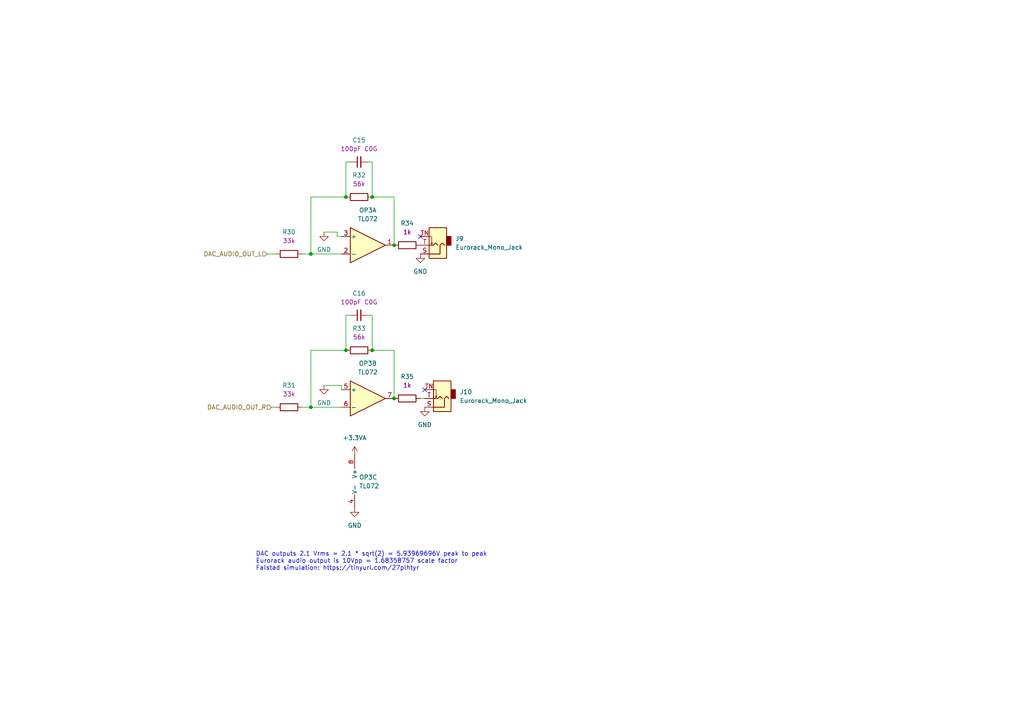
<source format=kicad_sch>
(kicad_sch (version 20250114) (generator "eeschema") (generator_version "9.0")
  (paper "A4")
  (lib_symbols
    (symbol "1k_0603_1" (pin_numbers (hide yes)) (pin_names (offset 0))
      (property "Reference" "R1" (at -3.302 0 90))
      (property "Display" "1k" (at -5.842 0 90))
      (symbol "1k_0603_1_0_1"
        (rectangle (start -1.016 -2.54) (end 1.016 2.54) (stroke (width 0.254)))
      )
      (symbol "1k_0603_1_1_1"
        (pin passive line (at 0 3.81 270) (length 1.27) (name "~") (number "1"))
        (pin passive line (at 0 -3.81 90) (length 1.27) (name "~") (number "2"))
      )
    )
    (symbol "Lichen:100pF_0603_50V" (pin_numbers (hide yes)) (pin_names (offset 0.254) (hide yes))
      (property "Reference" "C15" (at 6.35 -0.0063 90))
      (property "Display" "100pF" (at 3.81 -0.0063 90))
      (symbol "100pF_0603_50V_0_1"
        (polyline (pts (xy -1.524 0.508) (xy 1.524 0.508)) (stroke (width 0.3048)))
        (polyline (pts (xy -1.524 -0.508) (xy 1.524 -0.508)) (stroke (width 0.3302)))
      )
      (symbol "100pF_0603_50V_1_1"
        (pin passive line (at 0 2.54 270) (length 2.032) (name "~") (number "1"))
        (pin passive line (at 0 -2.54 90) (length 2.032) (name "~") (number "2"))
      )
    )
    (symbol "Lichen:1k_0603" (pin_numbers (hide yes)) (pin_names (offset 0))
      (property "Reference" "R1" (at -3.302 0 90))
      (property "Display" "1k" (at -5.842 0 90))
      (symbol "1k_0603_0_1"
        (rectangle (start -1.016 -2.54) (end 1.016 2.54) (stroke (width 0.254)))
      )
      (symbol "1k_0603_1_1"
        (pin passive line (at 0 3.81 270) (length 1.27) (name "~") (number "1"))
        (pin passive line (at 0 -3.81 90) (length 1.27) (name "~") (number "2"))
      )
    )
    (symbol "Lichen:33k_0603" (pin_numbers (hide yes)) (pin_names (offset 0))
      (property "Reference" "R17" (at 6.35 0 90))
      (property "Display" "33k" (at 3.81 0 90))
      (symbol "33k_0603_0_1"
        (rectangle (start -1.016 -2.54) (end 1.016 2.54) (stroke (width 0.254)))
      )
      (symbol "33k_0603_1_1"
        (pin passive line (at 0 3.81 270) (length 1.27) (name "~") (number "1"))
        (pin passive line (at 0 -3.81 90) (length 1.27) (name "~") (number "2"))
      )
    )
    (symbol "Lichen:56k_0603" (pin_numbers (hide yes)) (pin_names (offset 0))
      (property "Reference" "R27" (at 6.35 0 90))
      (property "Display" "56k" (at 3.81 0 90))
      (symbol "56k_0603_0_1"
        (rectangle (start -1.016 -2.54) (end 1.016 2.54) (stroke (width 0.254)))
      )
      (symbol "56k_0603_1_1"
        (pin passive line (at 0 3.81 270) (length 1.27) (name "~") (number "1"))
        (pin passive line (at 0 -3.81 90) (length 1.27) (name "~") (number "2"))
      )
    )
    (symbol "Lichen:TL072" (pin_names (offset 0.127))
      (property "Reference" "OP3" (at 0 10.16 0))
      (property "Value" "TL072" (at 0 7.62 0))
      (symbol "TL072_1_1"
        (polyline (pts (xy -5.08 5.08) (xy 5.08 0) (xy -5.08 -5.08) (xy -5.08 5.08)) (stroke (width 0.254)) (fill (type background)))
        (pin input line (at -7.62 2.54 0) (length 2.54) (name "+") (number "3"))
        (pin input line (at -7.62 -2.54 0) (length 2.54) (name "-") (number "2"))
        (pin output line (at 7.62 0 180) (length 2.54) (name "~") (number "1"))
      )
      (symbol "TL072_2_1"
        (polyline (pts (xy -5.08 5.08) (xy 5.08 0) (xy -5.08 -5.08) (xy -5.08 5.08)) (stroke (width 0.254)) (fill (type background)))
        (pin input line (at -7.62 2.54 0) (length 2.54) (name "+") (number "5"))
        (pin input line (at -7.62 -2.54 0) (length 2.54) (name "-") (number "6"))
        (pin output line (at 7.62 0 180) (length 2.54) (name "~") (number "7"))
      )
      (symbol "TL072_3_1"
        (pin power_in line (at -2.54 7.62 270) (length 3.81) (name "V+") (number "8"))
        (pin power_in line (at -2.54 -7.62 90) (length 3.81) (name "V-") (number "4"))
      )
    )
    (symbol "Lichen:Thonkiconn_Mono_Audio_Jack"
      (property "Reference" "J14" (at -5.08 -1.9051 0))
      (property "Value" "Thonkiconn_Mono_Audio_Jack" (at -5.08 0.6349 0))
      (symbol "Thonkiconn_Mono_Audio_Jack_0_1"
        (rectangle (start -2.54 0) (end -3.81 -2.54) (stroke (width 0.254)) (fill (type outline)))
        (polyline (pts (xy 0 0) (xy 0.635 -0.635) (xy 1.27 0) (xy 2.54 0)) (stroke (width 0.254)))
        (polyline (pts (xy 1.778 -0.254) (xy 2.032 -0.762)))
        (rectangle (start 2.54 3.81) (end -2.54 -5.08) (stroke (width 0.254)) (fill (type background)))
        (polyline (pts (xy 2.54 2.54) (xy -0.635 2.54) (xy -0.635 0) (xy -1.27 -0.635) (xy -1.905 0)) (stroke (width 0.254)))
        (polyline (pts (xy 2.54 -2.54) (xy 1.778 -2.54) (xy 1.778 -0.254) (xy 1.524 -0.762)))
      )
      (symbol "Thonkiconn_Mono_Audio_Jack_1_1"
        (pin passive line (at 5.08 2.54 180) (length 2.54) (name "~") (number "S"))
        (pin passive line (at 5.08 0 180) (length 2.54) (name "~") (number "T"))
        (pin passive line (at 5.08 -2.54 180) (length 2.54) (name "~") (number "TN"))
      )
    )
    (symbol "TL072_1" (pin_names (offset 0.127))
      (property "Reference" "OP3" (at 0 10.16 0))
      (property "Value" "TL072" (at 0 7.62 0))
      (symbol "TL072_1_1_1"
        (polyline (pts (xy -5.08 5.08) (xy 5.08 0) (xy -5.08 -5.08) (xy -5.08 5.08)) (stroke (width 0.254)) (fill (type background)))
        (pin input line (at -7.62 2.54 0) (length 2.54) (name "+") (number "3"))
        (pin input line (at -7.62 -2.54 0) (length 2.54) (name "-") (number "2"))
        (pin output line (at 7.62 0 180) (length 2.54) (name "~") (number "1"))
      )
      (symbol "TL072_1_2_1"
        (polyline (pts (xy -5.08 5.08) (xy 5.08 0) (xy -5.08 -5.08) (xy -5.08 5.08)) (stroke (width 0.254)) (fill (type background)))
        (pin input line (at -7.62 2.54 0) (length 2.54) (name "+") (number "5"))
        (pin input line (at -7.62 -2.54 0) (length 2.54) (name "-") (number "6"))
        (pin output line (at 7.62 0 180) (length 2.54) (name "~") (number "7"))
      )
      (symbol "TL072_1_3_1"
        (pin power_in line (at -2.54 7.62 270) (length 3.81) (name "V+") (number "8"))
        (pin power_in line (at -2.54 -7.62 90) (length 3.81) (name "V-") (number "4"))
      )
    )
    (symbol "TL072_2" (pin_names (offset 0.127))
      (property "Reference" "OP3" (at 0 10.16 0))
      (property "Value" "TL072" (at 0 7.62 0))
      (symbol "TL072_2_1_1"
        (polyline (pts (xy -5.08 5.08) (xy 5.08 0) (xy -5.08 -5.08) (xy -5.08 5.08)) (stroke (width 0.254)) (fill (type background)))
        (pin input line (at -7.62 2.54 0) (length 2.54) (name "+") (number "3"))
        (pin input line (at -7.62 -2.54 0) (length 2.54) (name "-") (number "2"))
        (pin output line (at 7.62 0 180) (length 2.54) (name "~") (number "1"))
      )
      (symbol "TL072_2_2_1"
        (polyline (pts (xy -5.08 5.08) (xy 5.08 0) (xy -5.08 -5.08) (xy -5.08 5.08)) (stroke (width 0.254)) (fill (type background)))
        (pin input line (at -7.62 2.54 0) (length 2.54) (name "+") (number "5"))
        (pin input line (at -7.62 -2.54 0) (length 2.54) (name "-") (number "6"))
        (pin output line (at 7.62 0 180) (length 2.54) (name "~") (number "7"))
      )
      (symbol "TL072_2_3_1"
        (pin power_in line (at -2.54 7.62 270) (length 3.81) (name "V+") (number "8"))
        (pin power_in line (at -2.54 -7.62 90) (length 3.81) (name "V-") (number "4"))
      )
    )
    (symbol "power:+3.3VA" (power) (pin_numbers (hide yes)) (pin_names (offset 0) (hide yes))
      (property "Value" "+3.3VA" (at 0 3.556 0))
      (symbol "+3.3VA_0_1"
        (polyline (pts (xy -0.762 1.27) (xy 0 2.54)))
        (polyline (pts (xy 0 2.54) (xy 0.762 1.27)))
        (polyline (pts (xy 0 0) (xy 0 2.54)))
      )
      (symbol "+3.3VA_1_1"
        (pin power_in line (at 0 0 90) (length 0) (name "~") (number "1"))
      )
    )
    (symbol "power:GND" (power) (pin_numbers (hide yes)) (pin_names (offset 0) (hide yes))
      (property "Value" "GND" (at 0 -3.81 0))
      (symbol "GND_0_1"
        (polyline (pts (xy 0 0) (xy 0 -1.27) (xy 1.27 -1.27) (xy 0 -2.54) (xy -1.27 -1.27) (xy 0 -1.27)))
      )
      (symbol "GND_1_1"
        (pin power_in line (at 0 0 270) (length 0) (name "~") (number "1"))
      )
    )
  )
  (text "DAC outputs 2.1 Vrms = 2.1 * sqrt(2) = 5.93969696V peak to peak\nEurorack audio output is 10Vpp = 1.68358757 scale factor\nFalstad simulation: https://tinyurl.com/27plhtyr" (at 74.168 162.814 0) (effects (font (size 1.27 1.27)) (justify left)))
  (junction (at 90.17 73.66))
  (junction (at 100.33 101.6))
  (junction (at 114.3 115.57))
  (junction (at 107.95 101.6))
  (junction (at 114.3 71.12))
  (junction (at 90.17 118.11))
  (junction (at 107.95 57.15))
  (junction (at 100.33 57.15))
  (no_connect (at 123.19 113.03))
  (no_connect (at 121.92 68.58))
  (wire (pts (xy 97.79 68.58) (xy 99.06 68.58)))
  (wire (pts (xy 107.95 91.44) (xy 107.95 101.6)))
  (wire (pts (xy 106.68 46.99) (xy 107.95 46.99)))
  (wire (pts (xy 114.3 101.6) (xy 114.3 115.57)))
  (wire (pts (xy 106.68 91.44) (xy 107.95 91.44)))
  (wire (pts (xy 93.98 67.31) (xy 97.79 67.31)))
  (wire (pts (xy 93.98 111.76) (xy 99.06 111.76)))
  (wire (pts (xy 90.17 101.6) (xy 90.17 118.11)))
  (wire (pts (xy 123.19 115.57) (xy 121.92 115.57)))
  (wire (pts (xy 107.95 101.6) (xy 114.3 101.6)))
  (wire (pts (xy 107.95 57.15) (xy 114.3 57.15)))
  (wire (pts (xy 101.6 46.99) (xy 100.33 46.99)))
  (wire (pts (xy 77.47 73.66) (xy 80.01 73.66)))
  (wire (pts (xy 90.17 73.66) (xy 99.06 73.66)))
  (wire (pts (xy 114.3 57.15) (xy 114.3 71.12)))
  (wire (pts (xy 90.17 57.15) (xy 90.17 73.66)))
  (wire (pts (xy 90.17 101.6) (xy 100.33 101.6)))
  (wire (pts (xy 100.33 46.99) (xy 100.33 57.15)))
  (wire (pts (xy 90.17 118.11) (xy 99.06 118.11)))
  (wire (pts (xy 87.63 73.66) (xy 90.17 73.66)))
  (wire (pts (xy 99.06 111.76) (xy 99.06 113.03)))
  (wire (pts (xy 78.74 118.11) (xy 80.01 118.11)))
  (wire (pts (xy 101.6 91.44) (xy 100.33 91.44)))
  (wire (pts (xy 100.33 57.15) (xy 90.17 57.15)))
  (wire (pts (xy 107.95 46.99) (xy 107.95 57.15)))
  (wire (pts (xy 97.79 67.31) (xy 97.79 68.58)))
  (wire (pts (xy 100.33 91.44) (xy 100.33 101.6)))
  (wire (pts (xy 87.63 118.11) (xy 90.17 118.11)))
  (hierarchical_label "DAC_AUDIO_OUT_R" (shape input) (at 78.74 118.11 180))
  (hierarchical_label "DAC_AUDIO_OUT_L" (shape input) (at 77.47 73.66 180))
  (symbol (lib_id "Lichen:56k_0603") (at 104.14 57.15 90) (unit 1)
    (property "Reference" "R32" (at 104.14 50.8 90))
    (property "Value" "156k_0603" (effects (hide yes)))
    (property "Footprint" "PCM_4ms_Resistor:R_0603" (effects (hide yes)))
    (property "Description" "56K, 1%, 1/10W, 0603" (effects (hide yes)))
    (property "Specifications" "56K, 1%, 1/10W, 0603" (effects (hide yes)))
    (property "Manufacturer" "UNI-ROYAL(Uniroyal Elec)" (effects (hide yes)))
    (property "Part Number" "0603WAF5602T5E" (effects (hide yes)))
    (property "Display" "56k" (at 104.14 53.34 90))
    (property "LCSC" "C23206" (effects (hide yes)))
  )
  (symbol (lib_id "power:+3.3VA") (at 102.87 132.08 0) (unit 1)
    (property "Reference" "#PWR068" (effects (hide yes)))
    (property "Value" "+3.3VA" (at 102.87 127 0))
    (property "Description" "Power symbol creates a global label with name \"+3.3VA\"" (effects (hide yes)))
  )
  (symbol (lib_id "power:GND") (at 93.98 111.76 0) (unit 1)
    (property "Reference" "#PWR067" (effects (hide yes)))
    (property "Value" "GND" (at 93.98 116.84 0))
    (property "Description" "Power symbol creates a global label with name \"GND\" , ground" (effects (hide yes)))
  )
  (symbol (lib_id "Lichen:56k_0603") (at 104.14 101.6 90) (unit 1)
    (property "Reference" "R33" (at 104.14 95.25 90))
    (property "Value" "156k_0603" (effects (hide yes)))
    (property "Footprint" "PCM_4ms_Resistor:R_0603" (effects (hide yes)))
    (property "Description" "56K, 1%, 1/10W, 0603" (effects (hide yes)))
    (property "Specifications" "56K, 1%, 1/10W, 0603" (effects (hide yes)))
    (property "Manufacturer" "UNI-ROYAL(Uniroyal Elec)" (effects (hide yes)))
    (property "Part Number" "0603WAF5602T5E" (effects (hide yes)))
    (property "Display" "56k" (at 104.14 97.79 90))
    (property "LCSC" "C23206" (effects (hide yes)))
  )
  (symbol (lib_id "power:GND") (at 121.92 73.66 0) (unit 1)
    (property "Reference" "#PWR070" (effects (hide yes)))
    (property "Value" "GND" (at 121.92 78.74 0))
    (property "Description" "Power symbol creates a global label with name \"GND\" , ground" (effects (hide yes)))
  )
  (symbol (lib_id "power:GND") (at 102.87 147.32 0) (unit 1)
    (property "Reference" "#PWR069" (effects (hide yes)))
    (property "Value" "GND" (at 102.87 152.4 0))
    (property "Description" "Power symbol creates a global label with name \"GND\" , ground" (effects (hide yes)))
  )
  (symbol (lib_name "TL072_2") (lib_id "Lichen:TL072") (at 106.68 115.57 0) (unit 2)
    (property "Reference" "OP3" (at 106.68 105.41 0))
    (property "Value" "TL072" (at 106.68 107.95 0))
    (property "Footprint" "PCM_4ms_Package_SOIC:SOIC-8-1EP_3.9x4.9mm_Pitch1.27mm_HandSolder" (effects (hide yes)))
    (property "Datasheet" "http://www.ti.com/lit/ds/symlink/tl071.pdf" (effects (hide yes)))
    (property "Description" "Dual Low-Noise JFET-Input Operational Amplifiers, DIP-8/SOIC-8" (effects (hide yes)))
    (property "Manufacturer" "STMicroelectronics" (effects (hide yes)))
    (property "Part Number" "TL072CDT" (effects (hide yes)))
    (property "LCSC" "C6961" (effects (hide yes)))
  )
  (symbol (lib_name "1k_0603_1") (lib_id "Lichen:1k_0603") (at 118.11 71.12 90) (unit 1)
    (property "Reference" "R34" (at 118.11 64.77 90))
    (property "Value" "1k_0603" (effects (hide yes)))
    (property "Footprint" "PCM_4ms_Resistor:R_0603" (effects (hide yes)))
    (property "Datasheet" "https://www.lcsc.com/datasheet/lcsc_datasheet_2206010130_UNI-ROYAL-Uniroyal-Elec-0603WAF1001T5E_C21190.pdf" (effects (hide yes)))
    (property "Description" "1K, 1%, 1/10W, 0603" (effects (hide yes)))
    (property "Specifications" "1K, 1%, 1/10W, 0603" (effects (hide yes)))
    (property "Manufacturer" "UNI-ROYAL" (effects (hide yes)))
    (property "Part Number" "0603WAF1001T5E" (effects (hide yes)))
    (property "Display" "1k" (at 118.11 67.31 90))
    (property "LCSC" "C21190" (effects (hide yes)))
  )
  (symbol (lib_id "Lichen:33k_0603") (at 83.82 73.66 90) (unit 1)
    (property "Reference" "R30" (at 83.82 67.31 90))
    (property "Value" "33k_0603" (effects (hide yes)))
    (property "Footprint" "PCM_4ms_Resistor:R_0603" (effects (hide yes)))
    (property "Datasheet" "https://jlcpcb.com/api/file/downloadByFileSystemAccessId/8579706078424190976" (effects (hide yes)))
    (property "Description" "33K, 1%, 1/10W, 0603" (effects (hide yes)))
    (property "Specifications" "33K, 1%, 1/10W, 0603" (effects (hide yes)))
    (property "Manufacturer" "UNI-ROYAL" (effects (hide yes)))
    (property "Part Number" "0603WAF3302T5E" (effects (hide yes)))
    (property "Display" "33k" (at 83.82 69.85 90))
    (property "LCSC" "C4216" (effects (hide yes)))
  )
  (symbol (lib_name "TL072_1") (lib_id "Lichen:TL072") (at 106.68 71.12 0) (unit 1)
    (property "Reference" "OP3" (at 106.68 60.96 0))
    (property "Value" "TL072" (at 106.68 63.5 0))
    (property "Footprint" "PCM_4ms_Package_SOIC:SOIC-8-1EP_3.9x4.9mm_Pitch1.27mm_HandSolder" (effects (hide yes)))
    (property "Datasheet" "http://www.ti.com/lit/ds/symlink/tl071.pdf" (effects (hide yes)))
    (property "Description" "Dual Low-Noise JFET-Input Operational Amplifiers, DIP-8/SOIC-8" (effects (hide yes)))
    (property "Manufacturer" "STMicroelectronics" (effects (hide yes)))
    (property "Part Number" "TL072CDT" (effects (hide yes)))
    (property "LCSC" "C6961" (effects (hide yes)))
  )
  (symbol (lib_id "Lichen:TL072") (at 105.41 139.7 0) (unit 3)
    (property "Reference" "OP3" (at 104.14 138.4299 0) (effects (justify left)))
    (property "Value" "TL072" (at 104.14 140.9699 0) (effects (justify left)))
    (property "Footprint" "PCM_4ms_Package_SOIC:SOIC-8-1EP_3.9x4.9mm_Pitch1.27mm_HandSolder" (effects (hide yes)))
    (property "Datasheet" "http://www.ti.com/lit/ds/symlink/tl071.pdf" (effects (hide yes)))
    (property "Description" "Dual Low-Noise JFET-Input Operational Amplifiers, DIP-8/SOIC-8" (effects (hide yes)))
    (property "Manufacturer" "STMicroelectronics" (effects (hide yes)))
    (property "Part Number" "TL072CDT" (effects (hide yes)))
    (property "LCSC" "C6961" (effects (hide yes)))
  )
  (symbol (lib_id "Lichen:Thonkiconn_Mono_Audio_Jack") (at 128.27 115.57 180) (unit 1)
    (property "Reference" "J10" (at 133.35 113.6649 0) (effects (justify right)))
    (property "Value" "Eurorack_Mono_Jack" (at 133.35 116.2049 0) (effects (justify right)))
    (property "Footprint" "PCM_4ms_Jack:EighthInch_PJ398SM" (effects (hide yes)))
    (property "Datasheet" "https://www.thonk.co.uk/wp-content/uploads/2018/07/Thonkiconn_Jack_Datasheet-new.jpg" (effects (hide yes)))
    (property "Description" "Audio Jack, 2 Poles (Mono / TS), Switched T Pole (Normalling)" (effects (hide yes)))
    (property "MPN" "WQP-WQP518MA" (effects (hide yes)))
    (property "Manufacturer" "WQP" (effects (hide yes)))
    (property "Part Number" "WQP518MA/PJ398SM" (effects (hide yes)))
  )
  (symbol (lib_id "power:GND") (at 93.98 67.31 0) (unit 1)
    (property "Reference" "#PWR066" (effects (hide yes)))
    (property "Value" "GND" (at 93.98 72.39 0))
    (property "Description" "Power symbol creates a global label with name \"GND\" , ground" (effects (hide yes)))
  )
  (symbol (lib_id "power:GND") (at 123.19 118.11 0) (unit 1)
    (property "Reference" "#PWR071" (effects (hide yes)))
    (property "Value" "GND" (at 123.19 123.19 0))
    (property "Description" "Power symbol creates a global label with name \"GND\" , ground" (effects (hide yes)))
  )
  (symbol (lib_id "Lichen:1k_0603") (at 118.11 115.57 90) (unit 1)
    (property "Reference" "R35" (at 118.11 109.22 90))
    (property "Value" "1k_0603" (effects (hide yes)))
    (property "Footprint" "PCM_4ms_Resistor:R_0603" (effects (hide yes)))
    (property "Datasheet" "https://www.lcsc.com/datasheet/lcsc_datasheet_2206010130_UNI-ROYAL-Uniroyal-Elec-0603WAF1001T5E_C21190.pdf" (effects (hide yes)))
    (property "Description" "1K, 1%, 1/10W, 0603" (effects (hide yes)))
    (property "Specifications" "1K, 1%, 1/10W, 0603" (effects (hide yes)))
    (property "Manufacturer" "UNI-ROYAL" (effects (hide yes)))
    (property "Part Number" "0603WAF1001T5E" (effects (hide yes)))
    (property "Display" "1k" (at 118.11 111.76 90))
    (property "JLCPCB ID" "C21190" (effects (hide yes)))
    (property "LCSC" "C21190" (effects (hide yes)))
  )
  (symbol (lib_id "Lichen:Thonkiconn_Mono_Audio_Jack") (at 127 71.12 180) (unit 1)
    (property "Reference" "J9" (at 132.08 69.2149 0) (effects (justify right)))
    (property "Value" "Eurorack_Mono_Jack" (at 132.08 71.7549 0) (effects (justify right)))
    (property "Footprint" "PCM_4ms_Jack:EighthInch_PJ398SM" (effects (hide yes)))
    (property "Datasheet" "https://www.thonk.co.uk/wp-content/uploads/2018/07/Thonkiconn_Jack_Datasheet-new.jpg" (effects (hide yes)))
    (property "Description" "Audio Jack, 2 Poles (Mono / TS), Switched T Pole (Normalling)" (effects (hide yes)))
    (property "MPN" "WQP-WQP518MA" (effects (hide yes)))
    (property "Manufacturer" "WQP" (effects (hide yes)))
    (property "Part Number" "WQP518MA/PJ398SM" (effects (hide yes)))
  )
  (symbol (lib_id "Lichen:100pF_0603_50V") (at 104.14 46.99 90) (unit 1)
    (property "Reference" "C15" (at 104.1463 40.64 90))
    (property "Value" "100pF_0603_50V" (effects (hide yes)))
    (property "Footprint" "PCM_4ms_Capacitor:C_0603" (effects (hide yes)))
    (property "Description" "100pF, Min. 50V 10%, NP0" (effects (hide yes)))
    (property "Specifications" "100pF, Min. 50V 10% NP0 or C0G" (effects (hide yes)))
    (property "Manufacturer" "Yageo" (effects (hide yes)))
    (property "Part Number" "CC0603JRNPO9BN101" (effects (hide yes)))
    (property "Display" "100pF C0G" (at 104.1463 43.18 90))
    (property "LCSC" "C14858" (effects (hide yes)))
  )
  (symbol (lib_id "Lichen:33k_0603") (at 83.82 118.11 90) (unit 1)
    (property "Reference" "R31" (at 83.82 111.76 90))
    (property "Value" "33k_0603" (effects (hide yes)))
    (property "Footprint" "PCM_4ms_Resistor:R_0603" (effects (hide yes)))
    (property "Datasheet" "https://jlcpcb.com/api/file/downloadByFileSystemAccessId/8579706078424190976" (effects (hide yes)))
    (property "Description" "33K, 1%, 1/10W, 0603" (effects (hide yes)))
    (property "Specifications" "33K, 1%, 1/10W, 0603" (effects (hide yes)))
    (property "Manufacturer" "UNI-ROYAL" (effects (hide yes)))
    (property "Part Number" "0603WAF3302T5E" (effects (hide yes)))
    (property "Display" "33k" (at 83.82 114.3 90))
    (property "LCSC" "C4216" (effects (hide yes)))
  )
  (symbol (lib_id "Lichen:100pF_0603_50V") (at 104.14 91.44 90) (unit 1)
    (property "Reference" "C16" (at 104.1463 85.09 90))
    (property "Value" "100pF_0603_50V" (effects (hide yes)))
    (property "Footprint" "PCM_4ms_Capacitor:C_0603" (effects (hide yes)))
    (property "Description" "100pF, Min. 50V 10%, NP0" (effects (hide yes)))
    (property "Specifications" "100pF, Min. 50V 10% NP0 or C0G" (effects (hide yes)))
    (property "Manufacturer" "Yageo" (effects (hide yes)))
    (property "Part Number" "CC0603JRNPO9BN101" (effects (hide yes)))
    (property "Display" "100pF C0G" (at 104.1463 87.63 90))
    (property "JLCPCB ID" "C14858" (effects (hide yes)))
    (property "LCSC" "C14858" (effects (hide yes)))
  )
)
</source>
